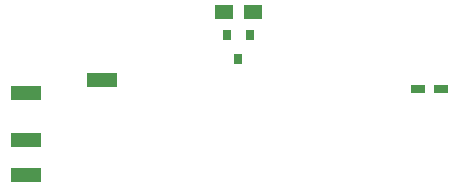
<source format=gtp>
G04 #@! TF.GenerationSoftware,KiCad,Pcbnew,(5.1.0)-1*
G04 #@! TF.CreationDate,2019-04-11T16:44:05+05:30*
G04 #@! TF.ProjectId,senseBe_rev3_daughter,73656e73-6542-4655-9f72-6576335f6461,rev?*
G04 #@! TF.SameCoordinates,Original*
G04 #@! TF.FileFunction,Paste,Top*
G04 #@! TF.FilePolarity,Positive*
%FSLAX46Y46*%
G04 Gerber Fmt 4.6, Leading zero omitted, Abs format (unit mm)*
G04 Created by KiCad (PCBNEW (5.1.0)-1) date 2019-04-11 16:44:05*
%MOMM*%
%LPD*%
G04 APERTURE LIST*
%ADD10R,2.500000X1.200000*%
%ADD11R,1.200000X0.750000*%
%ADD12R,1.500000X1.250000*%
%ADD13R,0.800000X0.900000*%
G04 APERTURE END LIST*
D10*
X18798000Y-18759000D03*
X12298000Y-19859000D03*
X12298000Y-23859000D03*
X12298000Y-26859000D03*
D11*
X47450000Y-19500000D03*
X45550000Y-19500000D03*
D12*
X31550000Y-13000000D03*
X29050000Y-13000000D03*
D13*
X31250000Y-15000000D03*
X29350000Y-15000000D03*
X30300000Y-17000000D03*
M02*

</source>
